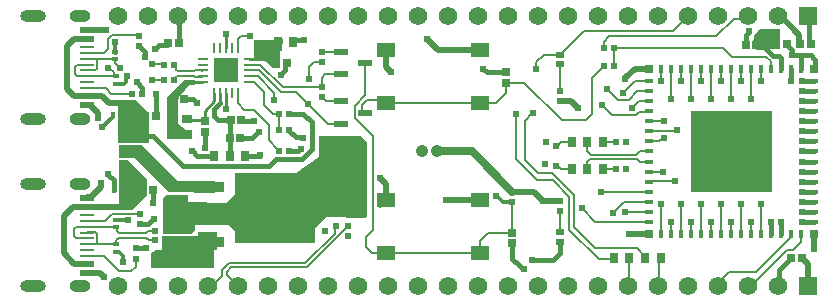
<source format=gtl>
G04*
G04 #@! TF.GenerationSoftware,Altium Limited,Altium Designer,24.5.2 (23)*
G04*
G04 Layer_Physical_Order=1*
G04 Layer_Color=255*
%FSLAX25Y25*%
%MOIN*%
G70*
G04*
G04 #@! TF.SameCoordinates,691D43E0-75DC-4999-8F72-E41A8CCF96D7*
G04*
G04*
G04 #@! TF.FilePolarity,Positive*
G04*
G01*
G75*
%ADD11C,0.00600*%
G04:AMPARAMS|DCode=15|XSize=23.23mil|YSize=24.02mil|CornerRadius=1.74mil|HoleSize=0mil|Usage=FLASHONLY|Rotation=270.000|XOffset=0mil|YOffset=0mil|HoleType=Round|Shape=RoundedRectangle|*
%AMROUNDEDRECTD15*
21,1,0.02323,0.02053,0,0,270.0*
21,1,0.01974,0.02402,0,0,270.0*
1,1,0.00348,-0.01027,-0.00987*
1,1,0.00348,-0.01027,0.00987*
1,1,0.00348,0.01027,0.00987*
1,1,0.00348,0.01027,-0.00987*
%
%ADD15ROUNDEDRECTD15*%
%ADD16R,0.08465X0.03740*%
%ADD17R,0.08465X0.12795*%
%ADD18R,0.08100X0.08100*%
%ADD19R,0.03600X0.01000*%
%ADD20R,0.01000X0.03600*%
%ADD21R,0.04724X0.04724*%
%ADD22R,0.03150X0.01575*%
%ADD23R,0.01575X0.03150*%
%ADD24R,0.03150X0.03150*%
%ADD25R,0.06100X0.05100*%
%ADD26R,0.02756X0.03543*%
%ADD27R,0.02362X0.02126*%
%ADD28R,0.02126X0.02362*%
%ADD29R,0.03543X0.02756*%
%ADD30R,0.04800X0.02200*%
%ADD31R,0.04528X0.01073*%
%ADD32R,0.04528X0.02223*%
%ADD33R,0.02400X0.01600*%
%ADD34R,0.01600X0.02400*%
G04:AMPARAMS|DCode=35|XSize=25.2mil|YSize=28.35mil|CornerRadius=3.15mil|HoleSize=0mil|Usage=FLASHONLY|Rotation=270.000|XOffset=0mil|YOffset=0mil|HoleType=Round|Shape=RoundedRectangle|*
%AMROUNDEDRECTD35*
21,1,0.02520,0.02205,0,0,270.0*
21,1,0.01890,0.02835,0,0,270.0*
1,1,0.00630,-0.01102,-0.00945*
1,1,0.00630,-0.01102,0.00945*
1,1,0.00630,0.01102,0.00945*
1,1,0.00630,0.01102,-0.00945*
%
%ADD35ROUNDEDRECTD35*%
G04:AMPARAMS|DCode=36|XSize=25.2mil|YSize=28.35mil|CornerRadius=3.15mil|HoleSize=0mil|Usage=FLASHONLY|Rotation=180.000|XOffset=0mil|YOffset=0mil|HoleType=Round|Shape=RoundedRectangle|*
%AMROUNDEDRECTD36*
21,1,0.02520,0.02205,0,0,180.0*
21,1,0.01890,0.02835,0,0,180.0*
1,1,0.00630,-0.00945,0.01102*
1,1,0.00630,0.00945,0.01102*
1,1,0.00630,0.00945,-0.01102*
1,1,0.00630,-0.00945,-0.01102*
%
%ADD36ROUNDEDRECTD36*%
%ADD52C,0.04200*%
%ADD55R,0.06200X0.06200*%
%ADD56C,0.06200*%
%ADD57R,0.01575X0.01575*%
%ADD58C,0.01500*%
%ADD59C,0.02000*%
%ADD60C,0.00603*%
%ADD61C,0.01200*%
%ADD62C,0.01001*%
%ADD63C,0.02500*%
%ADD64O,0.08661X0.03937*%
%ADD65O,0.07087X0.03937*%
%ADD66C,0.02400*%
G36*
X255800Y89100D02*
Y84000D01*
X246400D01*
Y86800D01*
X247000Y87200D01*
Y88700D01*
X249200Y90900D01*
X255800D01*
Y89100D01*
D02*
G37*
G36*
X89800Y83500D02*
X89200D01*
Y79400D01*
Y77956D01*
X86714D01*
X84600Y79700D01*
X84000Y80300D01*
X80500D01*
Y86100D01*
Y87100D01*
X87000D01*
Y88297D01*
X89800D01*
Y83500D01*
D02*
G37*
G36*
X60063Y72200D02*
X58600D01*
X55731Y69331D01*
X55628Y69262D01*
X55559Y69159D01*
X55200Y68800D01*
Y59700D01*
Y59200D01*
X57300Y57100D01*
X59800D01*
Y54300D01*
X51400Y54300D01*
X51400Y68000D01*
X57300Y73900D01*
X60063Y73900D01*
Y72200D01*
D02*
G37*
G36*
X45500Y62900D02*
Y52900D01*
X35041D01*
X35000Y53000D01*
Y67300D01*
X41100D01*
X45500Y62900D01*
D02*
G37*
G36*
X253000Y36500D02*
X226200D01*
Y63400D01*
X253000D01*
Y36500D01*
D02*
G37*
G36*
X54600Y40400D02*
X54900Y40100D01*
X55033Y40000D01*
X67300D01*
Y36100D01*
X60600D01*
X60200Y36500D01*
X52100D01*
X40700Y47900D01*
X35300D01*
Y52100D01*
X42900D01*
X54600Y40400D01*
D02*
G37*
G36*
X118100Y52900D02*
X118100Y28377D01*
X117674Y27954D01*
X104544Y28044D01*
X100838Y24338D01*
Y19338D01*
X74000D01*
Y23600D01*
X72100Y25500D01*
X60700Y25500D01*
Y23900D01*
X59400Y22600D01*
X50000D01*
Y34580D01*
X51372Y35600D01*
X58500D01*
Y33000D01*
X71260Y32983D01*
X74000Y35800D01*
Y42700D01*
X94591D01*
X102000Y48007D01*
X102000Y55000D01*
X116000D01*
X118100Y52900D01*
D02*
G37*
G36*
X44600Y40900D02*
Y35130D01*
X39677Y30345D01*
X35300D01*
Y47100D01*
X38400D01*
X44600Y40900D01*
D02*
G37*
G36*
X68000Y21800D02*
Y17000D01*
X67000D01*
Y11000D01*
X46000D01*
Y16042D01*
X47649Y17200D01*
X49800D01*
Y21700D01*
X61791D01*
Y23100D01*
X68000D01*
Y21800D01*
D02*
G37*
D11*
X103000Y83201D02*
X109470D01*
X98700Y74100D02*
Y78200D01*
X100299Y79799D01*
X194200Y17700D02*
X208035D01*
X210841Y14500D02*
Y14894D01*
X208035Y17700D02*
X210841Y14894D01*
X247729Y9800D02*
X259583Y21654D01*
X235000Y6100D02*
X238700Y9800D01*
X235000Y5000D02*
Y6100D01*
X238700Y9800D02*
X247729D01*
X259583Y21654D02*
Y22441D01*
X83700Y65506D02*
X86761Y62444D01*
X80537Y73063D02*
X83700Y69900D01*
Y65506D02*
Y69900D01*
X86761Y62444D02*
X88751D01*
X85326Y53773D02*
Y58674D01*
X88236Y50563D02*
X88799Y50000D01*
X85326Y53773D02*
X88236Y50863D01*
Y50563D02*
Y50863D01*
X80274Y63726D02*
X85326Y58674D01*
X78650Y73063D02*
X80537D01*
X245987Y5000D02*
X258004Y17017D01*
X245000Y5000D02*
X245987D01*
X258004Y17017D02*
X260017D01*
X183000Y60500D02*
X191000D01*
X170582Y72918D02*
X183000Y60500D01*
X164500Y72918D02*
X170582D01*
X167600Y47500D02*
X174700Y40400D01*
X167600Y47500D02*
Y62500D01*
X173100Y62800D02*
X173300D01*
X170600Y60300D02*
X173100Y62800D01*
X170600Y47300D02*
X175100Y42800D01*
X170600Y47300D02*
Y60300D01*
X179900Y42800D02*
X187100Y35600D01*
Y24800D02*
Y35600D01*
X175100Y42800D02*
X179900D01*
X180000Y40400D02*
X185500Y34900D01*
Y23950D02*
Y34900D01*
X174700Y40400D02*
X180000D01*
X185500Y23950D02*
X195450Y14000D01*
X187100Y24800D02*
X194200Y17700D01*
X198100Y70900D02*
X201800Y67200D01*
X205269D01*
X174500Y77500D02*
Y79700D01*
X177068Y82268D02*
X182500D01*
X174500Y79700D02*
X177068Y82268D01*
X196500Y65500D02*
X199800Y62200D01*
X208732Y66732D02*
X211945D01*
X206500Y64500D02*
X208732Y66732D01*
X94449Y69851D02*
X105090Y59210D01*
X109480D01*
X87132Y67368D02*
X87200Y67300D01*
X87132Y67368D02*
Y69631D01*
X81731Y75032D02*
X87132Y69631D01*
X74937Y87437D02*
X76100Y88600D01*
X79000D01*
X222772Y73543D02*
Y77559D01*
X196107Y36507D02*
X211838D01*
X196000Y36400D02*
X196107Y36507D01*
X211838D02*
X211945Y36614D01*
X260017Y17017D02*
X262929Y19929D01*
Y22441D01*
X117800Y18000D02*
Y21500D01*
X119658Y16142D02*
X124350D01*
X117800Y18000D02*
X119658Y16142D01*
X124350D02*
X155650D01*
X117800Y21500D02*
X120200Y23900D01*
Y55000D01*
X114000Y61200D02*
Y65263D01*
Y61200D02*
X120200Y55000D01*
X32800Y69300D02*
X39799D01*
X30998Y71102D02*
X32800Y69300D01*
X78650Y78969D02*
X82494D01*
X90012Y71451D01*
X103000D01*
X82200Y77000D02*
X89349Y69851D01*
X78650Y77000D02*
X82200D01*
X89349Y69851D02*
X94449D01*
X78650Y75032D02*
X81731D01*
X166500Y22882D02*
Y33099D01*
X189600Y31200D02*
X194225Y26575D01*
X211945D01*
X182500Y23134D02*
Y30057D01*
X200451Y84500D02*
X236900D01*
X251160Y81540D02*
X252602Y80098D01*
X236900Y84500D02*
X239860Y81540D01*
X251160D01*
X252602Y77846D02*
Y80098D01*
Y77846D02*
X252890Y77559D01*
X24764Y71102D02*
X30998D01*
X31700Y87453D02*
X33047Y88800D01*
X30413Y82913D02*
X31700Y84200D01*
Y87453D01*
X41700Y88800D02*
X42000Y88500D01*
X33047Y88800D02*
X41700D01*
X24764Y82913D02*
X30413D01*
X39500Y10000D02*
X41000Y11500D01*
Y13799D01*
X211945Y39961D02*
X212015Y40030D01*
X220830D01*
X220900Y40100D01*
X199563Y14000D02*
X200441Y14878D01*
Y14894D01*
X195450Y14000D02*
X199563D01*
X211945Y53347D02*
X215468D01*
X216621Y54500D01*
X217000D01*
X35573Y10000D02*
X39500D01*
X30455Y15118D02*
X35573Y10000D01*
X24764Y15118D02*
X30455D01*
X32994Y29300D02*
X42401D01*
X42500Y29201D01*
X30623Y26929D02*
X32994Y29300D01*
X24764Y26929D02*
X30623D01*
X158382Y22882D02*
X166500D01*
X155650Y20150D02*
X158382Y22882D01*
X155650Y16142D02*
Y20150D01*
X114000Y65263D02*
X117520Y68783D01*
Y79450D01*
X191000Y60500D02*
X193000Y62500D01*
X164500Y69500D02*
Y72000D01*
Y72918D01*
X193000Y62500D02*
Y74333D01*
X197049Y78382D02*
Y78500D01*
X193000Y74333D02*
X197049Y78382D01*
X161142Y66142D02*
X164500Y69500D01*
X155650Y66142D02*
X161142D01*
X124350D02*
X155650D01*
X123492Y67000D02*
X124350Y66142D01*
X118000Y67000D02*
X123492D01*
X116500Y65500D02*
X118000Y67000D01*
X117099Y62950D02*
X117520D01*
X116500Y63550D02*
X117099Y62950D01*
X116500Y63550D02*
Y65500D01*
X100299Y79799D02*
X103000D01*
X104477Y66690D02*
X109480D01*
X103118Y68049D02*
X104477Y66690D01*
X103000Y68049D02*
X103118D01*
X103000Y74500D02*
X104210Y75710D01*
X109480D01*
X103000Y71451D02*
Y74500D01*
X200451Y78500D02*
Y84500D01*
X197095Y84546D02*
Y86595D01*
X197049Y84500D02*
X197095Y84546D01*
Y86595D02*
X198900Y88400D01*
X234500D01*
X244300Y94300D02*
X245000Y95000D01*
X234500Y88400D02*
X240400Y94300D01*
X244300D01*
X211965Y60020D02*
X216980D01*
X74937Y84650D02*
Y87437D01*
X77226Y63726D02*
X80274D01*
X74937Y66015D02*
X77226Y63726D01*
X74937Y66015D02*
Y69350D01*
X88803Y57004D02*
Y62496D01*
X88799Y57000D02*
X88803Y57004D01*
Y62496D02*
X88807Y62500D01*
X215554Y5554D02*
Y14045D01*
X216109Y14600D01*
X215000Y5000D02*
X215554Y5554D01*
X205000Y5000D02*
X205279Y5280D01*
Y14220D02*
X205559Y14500D01*
X205279Y5280D02*
Y14220D01*
X182500Y82268D02*
X182539D01*
X212098Y56846D02*
X221346D01*
X211945Y56693D02*
X212098Y56846D01*
X221346D02*
X221500Y57000D01*
X211945Y60039D02*
X211965Y60020D01*
X199800Y62200D02*
X207759D01*
X208870Y63311D01*
X211870D02*
X211945Y63386D01*
X208870Y63311D02*
X211870D01*
X205269Y67200D02*
X208148Y70079D01*
X211945D01*
X203500Y69500D02*
X207425Y73425D01*
X211945D01*
X220000Y90000D02*
X225000Y95000D01*
X190272Y90000D02*
X220000D01*
X182539Y82268D02*
X190272Y90000D01*
X182500Y70193D02*
Y79000D01*
X200026Y29500D02*
X203794Y33268D01*
X200000Y29500D02*
X200026D01*
X204079Y29921D02*
X211945D01*
X216693Y43307D02*
X217000Y43000D01*
X211945Y43307D02*
X216693D01*
X203794Y33268D02*
X211945D01*
X246197Y67504D02*
Y77559D01*
X216079Y73543D02*
Y77559D01*
Y22441D02*
Y32496D01*
X249543Y22441D02*
Y32496D01*
X246197Y22441D02*
Y26457D01*
X242850Y22441D02*
Y32496D01*
X239504Y22441D02*
Y26457D01*
X236157Y22441D02*
Y32496D01*
X232811Y22441D02*
Y26457D01*
X229465Y22441D02*
Y32496D01*
X226118Y22441D02*
Y26457D01*
X222772Y22441D02*
Y32496D01*
X219425Y22441D02*
Y26457D01*
Y67504D02*
Y77559D01*
X229465Y73543D02*
Y77559D01*
X226118Y67504D02*
Y77559D01*
X236157Y73543D02*
Y77559D01*
X232811Y67504D02*
Y77559D01*
X239504Y67504D02*
Y77559D01*
X239500Y67500D02*
X239504Y67504D01*
X242850Y73543D02*
Y77559D01*
X249543Y73543D02*
Y77559D01*
X249500Y73500D02*
X249543Y73543D01*
D15*
X182500Y79000D02*
D03*
Y82268D02*
D03*
Y23134D02*
D03*
Y19866D02*
D03*
D16*
X66583Y38055D02*
D03*
Y29000D02*
D03*
Y19945D02*
D03*
D17*
X89417Y29000D02*
D03*
D18*
X71000Y77000D02*
D03*
D19*
X78650Y80937D02*
D03*
Y78969D02*
D03*
Y77000D02*
D03*
Y75032D02*
D03*
Y73063D02*
D03*
X63350D02*
D03*
Y75032D02*
D03*
Y77000D02*
D03*
Y78969D02*
D03*
Y80937D02*
D03*
D20*
X74937Y69350D02*
D03*
X72969D02*
D03*
X71000D02*
D03*
X69032D02*
D03*
X67063D02*
D03*
Y84650D02*
D03*
X69032D02*
D03*
X71000D02*
D03*
X72969D02*
D03*
X74937D02*
D03*
D21*
X239504Y56496D02*
D03*
X233008D02*
D03*
Y50000D02*
D03*
Y43504D02*
D03*
X239504D02*
D03*
X246000D02*
D03*
Y50000D02*
D03*
X239504D02*
D03*
D22*
X267063Y73425D02*
D03*
Y70079D02*
D03*
Y66732D02*
D03*
Y63386D02*
D03*
Y60039D02*
D03*
Y56693D02*
D03*
Y53347D02*
D03*
Y50000D02*
D03*
Y46654D02*
D03*
Y43307D02*
D03*
Y39961D02*
D03*
Y36614D02*
D03*
Y33268D02*
D03*
Y29921D02*
D03*
Y26575D02*
D03*
X211945D02*
D03*
Y29921D02*
D03*
Y33268D02*
D03*
Y36614D02*
D03*
Y39961D02*
D03*
Y43307D02*
D03*
Y46654D02*
D03*
Y50000D02*
D03*
Y53347D02*
D03*
Y56693D02*
D03*
Y60039D02*
D03*
Y63386D02*
D03*
Y66732D02*
D03*
Y70079D02*
D03*
Y73425D02*
D03*
D23*
X262929Y22441D02*
D03*
X259583D02*
D03*
X256236D02*
D03*
X252890D02*
D03*
X249543D02*
D03*
X246197D02*
D03*
X242850D02*
D03*
X239504D02*
D03*
X236157D02*
D03*
X232811D02*
D03*
X229465D02*
D03*
X226118D02*
D03*
X222772D02*
D03*
X219425D02*
D03*
X216079D02*
D03*
Y77559D02*
D03*
X219425D02*
D03*
X222772D02*
D03*
X226118D02*
D03*
X229465D02*
D03*
X232811D02*
D03*
X236157D02*
D03*
X239504D02*
D03*
X242850D02*
D03*
X246197D02*
D03*
X249543D02*
D03*
X252890D02*
D03*
X256236D02*
D03*
X259583D02*
D03*
X262929D02*
D03*
D24*
X211945Y22441D02*
D03*
X267063D02*
D03*
X211945Y77559D02*
D03*
X267063D02*
D03*
D25*
X124350Y83858D02*
D03*
X155650D02*
D03*
X124350Y66142D02*
D03*
X155650D02*
D03*
X124350Y33858D02*
D03*
X155650D02*
D03*
X124350Y16142D02*
D03*
X155650D02*
D03*
D26*
X191500Y44100D02*
D03*
X196618D02*
D03*
X191482Y53000D02*
D03*
X196600D02*
D03*
X191500Y44100D02*
D03*
X186382D02*
D03*
X191482Y53000D02*
D03*
X186364D02*
D03*
X210841Y14500D02*
D03*
X215959D02*
D03*
X200441D02*
D03*
X205559D02*
D03*
X77436Y48600D02*
D03*
X72318D02*
D03*
X67200D02*
D03*
X72318D02*
D03*
X93559Y86500D02*
D03*
X88441D02*
D03*
D27*
X166500Y33099D02*
D03*
Y36501D02*
D03*
X103000Y68049D02*
D03*
Y71451D02*
D03*
Y83201D02*
D03*
Y79799D02*
D03*
X42500Y25799D02*
D03*
Y29201D02*
D03*
X41000Y17701D02*
D03*
Y14299D02*
D03*
X42000Y85098D02*
D03*
Y88500D02*
D03*
X182500Y70193D02*
D03*
Y66807D02*
D03*
Y30057D02*
D03*
Y33443D02*
D03*
D28*
X200451Y78500D02*
D03*
X197049D02*
D03*
X200451Y84500D02*
D03*
X197049D02*
D03*
X43201Y69300D02*
D03*
X39799D02*
D03*
X53701Y73800D02*
D03*
X50299D02*
D03*
X53701Y78800D02*
D03*
X50299D02*
D03*
X88799Y50000D02*
D03*
X92201D02*
D03*
Y57000D02*
D03*
X88799D02*
D03*
X88807Y62500D02*
D03*
X92193D02*
D03*
D29*
X58000Y60809D02*
D03*
Y55691D02*
D03*
D30*
X109480Y66690D02*
D03*
Y59210D02*
D03*
X117520Y62950D02*
D03*
X109480Y83190D02*
D03*
Y75710D02*
D03*
X117520Y79450D02*
D03*
D31*
X24764Y28898D02*
D03*
Y15118D02*
D03*
Y17087D02*
D03*
Y26929D02*
D03*
Y24961D02*
D03*
Y19055D02*
D03*
Y21024D02*
D03*
Y22992D02*
D03*
Y84882D02*
D03*
Y71102D02*
D03*
Y73071D02*
D03*
Y82913D02*
D03*
Y80945D02*
D03*
Y75039D02*
D03*
Y77008D02*
D03*
Y78976D02*
D03*
D32*
Y34606D02*
D03*
Y31457D02*
D03*
Y12559D02*
D03*
Y9409D02*
D03*
Y90591D02*
D03*
Y87441D02*
D03*
Y68543D02*
D03*
Y65394D02*
D03*
D33*
X34500Y19100D02*
D03*
Y16600D02*
D03*
Y24750D02*
D03*
Y27250D02*
D03*
Y75000D02*
D03*
Y72500D02*
D03*
X34000Y80750D02*
D03*
Y83250D02*
D03*
D34*
X36150Y37000D02*
D03*
X33650D02*
D03*
X35850Y62000D02*
D03*
X33350D02*
D03*
D35*
X164500Y76382D02*
D03*
Y72918D02*
D03*
X166500Y19418D02*
D03*
Y22882D02*
D03*
X56000Y34268D02*
D03*
Y37732D02*
D03*
X51500Y23882D02*
D03*
Y20418D02*
D03*
X58000Y23882D02*
D03*
Y20418D02*
D03*
X64000Y56618D02*
D03*
Y60082D02*
D03*
D36*
X257932Y85800D02*
D03*
X254468D02*
D03*
X265932D02*
D03*
X262468D02*
D03*
X46732Y37000D02*
D03*
X43268D02*
D03*
X51918Y86000D02*
D03*
X55382D02*
D03*
X91332Y79400D02*
D03*
X87868D02*
D03*
X57232Y67500D02*
D03*
X53768D02*
D03*
X75732Y54500D02*
D03*
X72268D02*
D03*
X76232Y60500D02*
D03*
X72768D02*
D03*
X259535Y14500D02*
D03*
X263000D02*
D03*
X244268Y85500D02*
D03*
X247732D02*
D03*
X47632Y61700D02*
D03*
X44168D02*
D03*
D52*
X141500Y50000D02*
D03*
X136500D02*
D03*
X37500Y55000D02*
D03*
Y50000D02*
D03*
Y45000D02*
D03*
D55*
X265000Y5000D02*
D03*
Y95000D02*
D03*
D56*
X35000Y5000D02*
D03*
X45000D02*
D03*
X55000D02*
D03*
X65000D02*
D03*
X75000D02*
D03*
X85000D02*
D03*
X95000D02*
D03*
X105000D02*
D03*
X115000D02*
D03*
X125000D02*
D03*
X135000D02*
D03*
X145000D02*
D03*
X155000D02*
D03*
X165000D02*
D03*
X175000D02*
D03*
X185000D02*
D03*
X195000D02*
D03*
X205000D02*
D03*
X215000D02*
D03*
X225000D02*
D03*
X235000D02*
D03*
X245000D02*
D03*
X255000D02*
D03*
X35000Y95000D02*
D03*
X45000D02*
D03*
X55000D02*
D03*
X65000D02*
D03*
X75000D02*
D03*
X85000D02*
D03*
X95000D02*
D03*
X105000D02*
D03*
X115000D02*
D03*
X125000D02*
D03*
X135000D02*
D03*
X145000D02*
D03*
X155000D02*
D03*
X165000D02*
D03*
X175000D02*
D03*
X185000D02*
D03*
X195000D02*
D03*
X205000D02*
D03*
X215000D02*
D03*
X225000D02*
D03*
X235000D02*
D03*
X245000D02*
D03*
X255000D02*
D03*
D57*
X246000Y56496D02*
D03*
D58*
X89300Y75744D02*
X90822Y77266D01*
X89300Y75500D02*
Y75744D01*
X90822Y78890D02*
X91332Y79400D01*
X90822Y77266D02*
Y78890D01*
X94059Y87000D02*
X97000D01*
X93559Y86500D02*
X94059Y87000D01*
X88941Y86500D02*
Y87000D01*
X83000Y85500D02*
X83172Y85672D01*
X88441Y86300D02*
Y86500D01*
X83172Y85672D02*
X87813D01*
X88441Y86300D01*
X87868Y80990D02*
Y85033D01*
Y79400D02*
Y80990D01*
X84490D02*
X87868D01*
X47600Y69100D02*
X47716Y68984D01*
Y62367D02*
Y68984D01*
X47632Y62283D02*
X47716Y62367D01*
X47632Y61700D02*
Y62283D01*
X94411Y54672D02*
X96628D01*
X92201Y56882D02*
Y57000D01*
Y56882D02*
X94411Y54672D01*
X96628D02*
X96800Y54500D01*
X64100Y51300D02*
X64200Y51200D01*
X64000Y56618D02*
X64100Y56518D01*
Y51300D02*
Y56518D01*
X75732Y54500D02*
X76142D01*
X76242Y54600D01*
X79756D01*
X81757Y56600D01*
X82000D01*
X76232Y60500D02*
X76560Y60172D01*
X80228D01*
X80400Y60000D01*
X158061Y76382D02*
X164500D01*
X156843Y77600D02*
X158061Y76382D01*
X156600Y77600D02*
X156843D01*
X182500Y16200D02*
Y19866D01*
X180200Y13900D02*
X182500Y16200D01*
X173100Y13900D02*
X180200D01*
X170056Y10900D02*
X170300D01*
X166500Y14200D02*
X167561Y13139D01*
X167817D02*
X170056Y10900D01*
X167561Y13139D02*
X167817D01*
X166500Y14200D02*
Y19418D01*
X72268Y54500D02*
Y60000D01*
X72768Y60500D01*
X46732Y37000D02*
X46766Y36966D01*
Y32934D02*
Y36966D01*
Y32934D02*
X46800Y32900D01*
X99700Y50800D02*
Y59700D01*
X96369Y47469D02*
X97050Y48150D01*
X97056D02*
X98550Y49644D01*
Y49650D01*
X87669Y47469D02*
X96369D01*
X98550Y49650D02*
X99700Y50800D01*
X97050Y48150D02*
X97056D01*
X96900Y62500D02*
X99700Y59700D01*
X95056Y50000D02*
X95757Y50700D01*
X96000D01*
X92201Y50000D02*
X95056D01*
X56800Y45100D02*
X85300D01*
X87669Y47469D01*
X33650Y37000D02*
Y40507D01*
X31900Y42257D02*
X33650Y40507D01*
X31900Y42257D02*
Y42500D01*
X53768Y67500D02*
X54000Y67268D01*
Y59100D02*
Y67268D01*
X248242Y87999D02*
X249500Y89257D01*
Y89500D01*
X248242Y84833D02*
Y87999D01*
X256199Y77596D02*
Y81043D01*
X250567Y84833D02*
X253479Y81921D01*
X255320D01*
X256199Y81043D01*
X248242Y84833D02*
X250567D01*
X254534Y89634D02*
X254600Y89700D01*
X254534Y85866D02*
Y89634D01*
X254468Y85800D02*
X254534Y85866D01*
X256199Y77596D02*
X256236Y77559D01*
X259627Y82172D02*
Y83948D01*
X257932Y85642D02*
Y85800D01*
Y85642D02*
X259627Y83948D01*
Y82172D02*
X259799Y82000D01*
X257422Y86310D02*
X257932Y85800D01*
X259799Y82000D02*
X263000D01*
X265466Y86266D02*
Y94534D01*
Y86266D02*
X265932Y85800D01*
X265000Y95000D02*
X265466Y94534D01*
X244268Y88724D02*
X245300Y89757D01*
Y90000D01*
X244268Y85500D02*
Y88724D01*
X44300Y17700D02*
X44300Y17700D01*
X41000Y17701D02*
X41000Y17700D01*
X44300D01*
X54000Y59100D02*
X54197D01*
X57606Y55691D01*
X53734Y67466D02*
X54278Y68010D01*
X34000Y83250D02*
X34200D01*
X57606Y55691D02*
X58000D01*
X60144Y50000D02*
X61544Y48600D01*
X59900Y50000D02*
X60144D01*
X61544Y48600D02*
X67200D01*
X37500Y55000D02*
X46900D01*
X56800Y45100D01*
X82450Y48650D02*
X82500Y48700D01*
X77436Y48600D02*
X77486Y48650D01*
X82450D01*
X72293Y48625D02*
Y54475D01*
X72268Y54500D02*
X72293Y54475D01*
Y48625D02*
X72318Y48600D01*
X68379Y60500D02*
X72768D01*
X67000Y61879D02*
X68379Y60500D01*
X92193Y62500D02*
X96900D01*
X24764Y65394D02*
X25866D01*
X43969Y81531D02*
Y83247D01*
X42118Y85098D02*
X43969Y83247D01*
X41500Y73000D02*
X43201Y71299D01*
Y69000D02*
Y71299D01*
X45099Y25799D02*
X46800Y27500D01*
X47000D01*
X42500Y25799D02*
X45099D01*
X48833Y85333D02*
X51408D01*
X47500Y84000D02*
X48833Y85333D01*
X51918Y85843D02*
Y86000D01*
X51408Y85333D02*
X51918Y85843D01*
X55382Y86000D02*
Y94618D01*
X55000Y95000D02*
X55382Y94618D01*
X60000Y67500D02*
X61500Y66000D01*
X57232Y67500D02*
X60000D01*
X54278Y68010D02*
Y68947D01*
X58393Y73063D01*
X60063D01*
X67000Y61879D02*
Y64000D01*
X69000Y66000D01*
X267000Y17500D02*
X267063Y17563D01*
X255543Y10350D02*
X259535Y14343D01*
Y14500D01*
X255000Y5000D02*
X255543Y5543D01*
Y10350D01*
X262929Y77559D02*
Y81929D01*
X263000Y82000D02*
X266000D01*
X262929Y81929D02*
X263000Y82000D01*
X267063Y77559D02*
X267495Y77991D01*
Y80505D01*
X266000Y82000D02*
X267495Y80505D01*
X265000Y93728D02*
Y95000D01*
X259583Y73543D02*
Y77559D01*
X263047Y73425D02*
X267063D01*
X263047Y70079D02*
X267063D01*
X263047Y66732D02*
X267063D01*
X263047Y63386D02*
X267063D01*
X263047Y60039D02*
X267063D01*
X263047Y56693D02*
X267063D01*
X263047Y53347D02*
X267063D01*
X263047Y50000D02*
X267063D01*
X263047Y46654D02*
X267063D01*
X263047Y43307D02*
X267063D01*
X263047Y39961D02*
X267063D01*
X263047Y36614D02*
X267063D01*
X263047Y33268D02*
X267063D01*
X263047Y29921D02*
X267063D01*
X263047Y26575D02*
X267063D01*
X256236Y22441D02*
Y26457D01*
X252890Y22441D02*
Y26457D01*
D59*
X124350Y78308D02*
X126000Y76659D01*
Y76600D02*
Y76659D01*
X124350Y78308D02*
Y83858D01*
X188402Y64500D02*
X188500D01*
X186158Y66744D02*
X188402Y64500D01*
X182563Y66744D02*
X186158D01*
X182500Y66807D02*
X182563Y66744D01*
X37457Y31457D02*
X39500Y33500D01*
X227502Y50002D02*
X233006D01*
X173899Y36501D02*
X176900Y33500D01*
X166500Y36501D02*
X173899D01*
X176928Y33472D02*
X182472D01*
X182500Y33443D01*
X176900Y33500D02*
X176928Y33472D01*
X144400Y33800D02*
X144458Y33858D01*
X155650D01*
X256000Y95000D02*
X262208Y88792D01*
X255000Y95000D02*
X256000D01*
X262208Y86060D02*
Y88792D01*
Y86060D02*
X262468Y85800D01*
X60000Y29000D02*
X66583D01*
X56000D02*
X60000D01*
X40400Y58495D02*
Y61850D01*
X37992Y66300D02*
X40400Y63892D01*
Y61850D02*
Y63892D01*
X37500Y55595D02*
X40400Y58495D01*
X37500Y55000D02*
Y55595D01*
X20441Y68543D02*
X24764D01*
X32000Y66300D02*
X37992D01*
X24764Y68543D02*
X29757D01*
X32000Y66300D01*
X18000Y85000D02*
X20441Y87441D01*
X18000Y70984D02*
X20441Y68543D01*
X18000Y70984D02*
Y85000D01*
X17000Y28328D02*
X20128Y31457D01*
X17000Y16000D02*
Y28328D01*
Y16000D02*
X20441Y12559D01*
Y87441D02*
X24764D01*
Y90591D02*
X24809Y90545D01*
X30955D02*
X31000Y90500D01*
X24809Y90545D02*
X30955D01*
X28424Y61076D02*
Y62836D01*
X25866Y65394D02*
X28424Y62836D01*
Y61076D02*
X28500Y61000D01*
X227504Y50000D02*
X227504D01*
X227450Y56500D02*
X227500D01*
X227502Y56498D02*
X233006D01*
X233008Y56496D01*
X227500Y56500D02*
X227502Y56498D01*
X124050Y33858D02*
X124350D01*
X122500Y32308D02*
X124050Y33858D01*
X124350D02*
Y39150D01*
X24764Y31457D02*
X37457D01*
X39500Y33500D02*
Y36616D01*
X20128Y31457D02*
X24764D01*
X20441Y12559D02*
X24764D01*
Y34606D02*
X24925Y34768D01*
X26028D02*
X29423Y38164D01*
Y39423D02*
X29500Y39500D01*
X24925Y34768D02*
X26028D01*
X29423Y38164D02*
Y39423D01*
X24764Y9409D02*
X29091D01*
X30500Y8000D01*
X51500Y20418D02*
X58000D01*
X51500Y15000D02*
Y20418D01*
X58394Y20181D02*
X66346D01*
X66583Y19945D01*
X51500Y29000D02*
X56000D01*
Y34268D01*
X51500Y23882D02*
Y29000D01*
X58000Y23882D02*
Y27892D01*
X89417Y29000D02*
X92417Y32000D01*
X97000D01*
X122500Y41000D02*
X124350Y39150D01*
X138000Y87500D02*
X141642Y83858D01*
X155650D01*
X204000Y74000D02*
Y74108D01*
X204576Y74685D02*
Y74765D01*
X204000Y74108D02*
X204576Y74685D01*
Y74765D02*
X207370Y77559D01*
X211945D01*
X205500Y22500D02*
X205559Y22441D01*
X211945D01*
X267063Y17563D02*
Y22441D01*
X265000Y5000D02*
Y12342D01*
X263000Y14343D02*
X265000Y12342D01*
X263000Y14343D02*
Y14500D01*
X246000Y56496D02*
X251504D01*
X239504D02*
Y62000D01*
X246000Y50000D02*
X251504D01*
X246000Y43504D02*
X251504D01*
X239504Y38000D02*
Y43504D01*
X227504D02*
X233008D01*
D60*
X54459Y77241D02*
Y78042D01*
Y77241D02*
X54983Y76717D01*
X53701Y78800D02*
X54459Y78042D01*
X54983Y76717D02*
X60317D01*
X97516Y12800D02*
X107350Y22634D01*
X69900Y10500D02*
X72200Y12800D01*
X71303Y9919D02*
X72781Y11397D01*
X98097D02*
X111900Y25200D01*
X72200Y12800D02*
X97516D01*
X72781Y11397D02*
X98097D01*
X71303Y8697D02*
Y9919D01*
X69900Y8400D02*
Y10500D01*
X66500Y5000D02*
X69900Y8400D01*
X71303Y8697D02*
X75000Y5000D01*
X107350Y22634D02*
Y24950D01*
X107600Y25200D01*
X21361Y78976D02*
X24764D01*
X20600Y75800D02*
X21361Y75039D01*
X24764D01*
X20600Y78216D02*
X21361Y78976D01*
X20600Y75800D02*
Y78216D01*
X33825Y75000D02*
Y75020D01*
X27999Y19086D02*
Y22563D01*
X27553Y23010D02*
X27999Y22563D01*
X24781Y23010D02*
X27553D01*
X24764Y22992D02*
X24781Y23010D01*
X24786Y19078D02*
X34478D01*
X33825Y75020D02*
Y76350D01*
Y75020D02*
X34480D01*
X24783D02*
X33825D01*
X34480D02*
X34500Y75000D01*
X24764Y75039D02*
X24783Y75020D01*
X32226Y77949D02*
X33825Y76350D01*
X28000Y80847D02*
X33903D01*
X24861D02*
X28000D01*
Y77500D02*
Y80847D01*
X27500Y77000D02*
X28000Y77500D01*
X24764Y77008D02*
X24772Y77000D01*
X27500D01*
X34000Y80750D02*
X34001Y80749D01*
X33903Y80847D02*
X34000Y80750D01*
X24764Y80945D02*
X24861Y80847D01*
X20400Y21784D02*
Y24200D01*
Y21784D02*
X21161Y21024D01*
X24764D01*
X21161Y24961D02*
X24764D01*
X20400Y24200D02*
X21161Y24961D01*
X34001Y79399D02*
X35600Y77800D01*
X34001Y79399D02*
Y80749D01*
X35600Y77800D02*
X35900D01*
X46500Y73800D02*
X50299D01*
X46300Y79000D02*
X50099D01*
X50299Y78800D01*
X55215Y75314D02*
X60386D01*
X60800Y74900D01*
X63218D01*
X63350Y75032D01*
X60317Y76717D02*
X60600Y77000D01*
X63350D01*
X63152Y76802D02*
X63350Y77000D01*
X54580Y74680D02*
X55215Y75314D01*
X53701Y73800D02*
Y73918D01*
X54462Y74680D01*
X54580D01*
X63152Y75230D02*
X63350Y75032D01*
X24869Y24855D02*
X34395D01*
X34500Y24750D01*
X24764Y24961D02*
X24869Y24855D01*
X24764Y19055D02*
X24786Y19078D01*
X34478D02*
X34500Y19100D01*
X35297Y21297D02*
X44403D01*
X34500Y20500D02*
X35297Y21297D01*
X34500Y19100D02*
Y20500D01*
X35300Y22700D02*
X44300D01*
X34500Y24750D02*
X34601Y24649D01*
Y23399D02*
Y24649D01*
Y23399D02*
X35300Y22700D01*
X44403Y21297D02*
X45275Y20425D01*
X44300Y22700D02*
X45225Y23625D01*
X47300D01*
X45275Y20425D02*
X47300D01*
X181704Y45300D02*
X182904Y44100D01*
X186382D01*
X182886Y53000D02*
X186364D01*
X181686Y51800D02*
X182886Y53000D01*
X181200Y51800D02*
X181686D01*
X208225Y47400D02*
X208972Y46654D01*
X209609D02*
X211945D01*
X207775Y48803D02*
X208972Y50000D01*
X191500Y46625D02*
X192275Y47400D01*
X208972Y46654D02*
X209609D01*
X192275Y47400D02*
X208225D01*
X192725Y48803D02*
X207775D01*
X191482Y50046D02*
X192725Y48803D01*
X65000Y5000D02*
X66500D01*
X196718Y44000D02*
X201118D01*
X196600Y53000D02*
X201000D01*
X191482Y50046D02*
Y53000D01*
X196618Y44100D02*
X196718Y44000D01*
X208972Y50000D02*
X211945D01*
X191500Y44100D02*
Y46625D01*
D61*
X39116Y37000D02*
X39500Y36616D01*
X36150Y37000D02*
X39116D01*
X53565Y37935D02*
X55797D01*
X41608Y49892D02*
X53565Y37935D01*
X37608Y49892D02*
X41608D01*
X37500Y50000D02*
X37608Y49892D01*
X55797Y37935D02*
X56000Y37732D01*
X66260D01*
X161525Y35000D02*
X163426Y33099D01*
X161200Y35000D02*
X161525D01*
X163426Y33099D02*
X166500D01*
X34000Y83450D02*
X34200Y83250D01*
X66260Y37732D02*
X66583Y38055D01*
X35850Y62000D02*
X36000Y61850D01*
X40400D02*
X44018D01*
X36000D02*
X40400D01*
X44018D02*
X44168Y61700D01*
X29850Y58000D02*
Y58100D01*
X33350Y61600D02*
Y62000D01*
X29850Y58100D02*
X33350Y61600D01*
X37000Y72500D02*
X37770Y73270D01*
Y74770D01*
X38000Y75000D01*
X34500Y72500D02*
X37000D01*
X34000Y83450D02*
Y86500D01*
X34200Y83250D02*
X34400D01*
X43969Y81531D02*
X44000Y81500D01*
X42000Y85098D02*
X42118D01*
X34625Y27125D02*
X38375D01*
X34500Y27250D02*
X34625Y27125D01*
X38375D02*
X38500Y27000D01*
X39884Y37000D02*
X43268D01*
X43113Y37155D02*
Y39483D01*
X37596Y45000D02*
X43113Y39483D01*
Y37155D02*
X43268Y37000D01*
X36900Y13100D02*
Y15000D01*
X35100Y16400D02*
X35500D01*
X36900Y15000D01*
X34900Y16600D02*
X35100Y16400D01*
D62*
X78650Y80937D02*
X84437D01*
X71000Y84650D02*
Y89000D01*
X60063Y73063D02*
X63350D01*
X58363Y60446D02*
X63637D01*
X58000Y60809D02*
X58363Y60446D01*
X63637D02*
X64000Y60082D01*
Y63617D01*
X67062Y66680D02*
Y69349D01*
X67063Y69350D01*
X64000Y63617D02*
X67062Y66680D01*
X69032Y66031D02*
Y69350D01*
X69000Y66000D02*
X69032Y66031D01*
X69031Y69349D02*
X69032Y69350D01*
X71000Y64000D02*
Y69350D01*
D63*
X153001Y50000D02*
X166500Y36501D01*
X141500Y50000D02*
X153001D01*
D64*
X6752Y39016D02*
D03*
Y5000D02*
D03*
Y95000D02*
D03*
Y60984D02*
D03*
D65*
X22500Y39016D02*
D03*
Y5000D02*
D03*
Y95000D02*
D03*
Y60984D02*
D03*
D66*
X89300Y75500D02*
D03*
X126000Y76600D02*
D03*
X97000Y87000D02*
D03*
X83000Y85500D02*
D03*
X167600Y62500D02*
D03*
X173300Y62800D02*
D03*
X47600Y69100D02*
D03*
X54000Y59100D02*
D03*
X96800Y54500D02*
D03*
X96000Y50700D02*
D03*
X64200Y51200D02*
D03*
X82000Y56600D02*
D03*
X80400Y60000D02*
D03*
X198100Y70900D02*
D03*
X156600Y77600D02*
D03*
X174500Y77500D02*
D03*
X188500Y64500D02*
D03*
X196500Y65500D02*
D03*
X170300Y10900D02*
D03*
X173100Y13900D02*
D03*
X219425Y26457D02*
D03*
X206500Y64500D02*
D03*
X87200Y67300D02*
D03*
X79000Y88600D02*
D03*
X222772Y73543D02*
D03*
X196000Y36400D02*
D03*
X46800Y32900D02*
D03*
X107600Y25200D02*
D03*
X111900D02*
D03*
X48000Y15000D02*
D03*
X249500Y89500D02*
D03*
X254600Y89700D02*
D03*
X161200Y35000D02*
D03*
X176900Y33500D02*
D03*
X189600Y31200D02*
D03*
X144400Y33800D02*
D03*
X245300Y90000D02*
D03*
X98700Y74100D02*
D03*
X98500Y65800D02*
D03*
X44300Y17700D02*
D03*
X71000Y64000D02*
D03*
X59900Y50000D02*
D03*
X82500Y48700D02*
D03*
X38000Y75000D02*
D03*
X34000Y86500D02*
D03*
X31000Y90500D02*
D03*
X28500Y61000D02*
D03*
X29850Y58000D02*
D03*
X44000Y81500D02*
D03*
X41500Y73000D02*
D03*
X31926Y77949D02*
D03*
X35900Y77800D02*
D03*
X46300Y73800D02*
D03*
Y79000D02*
D03*
X177600Y53200D02*
D03*
X177500Y45700D02*
D03*
X47300Y23625D02*
D03*
Y20425D02*
D03*
X38500Y27000D02*
D03*
X181218Y45300D02*
D03*
X181200Y51800D02*
D03*
X204500Y44100D02*
D03*
Y53000D02*
D03*
X220900Y40100D02*
D03*
X104100Y23500D02*
D03*
X111800Y21800D02*
D03*
X201118Y44000D02*
D03*
X201000Y53000D02*
D03*
X217000Y54500D02*
D03*
X31900Y42500D02*
D03*
X29500Y39500D02*
D03*
X47000Y27500D02*
D03*
X36900Y13100D02*
D03*
X30500Y8000D02*
D03*
X51500Y15000D02*
D03*
X58500D02*
D03*
X60000Y29000D02*
D03*
X56000D02*
D03*
X51500D02*
D03*
X97000Y32000D02*
D03*
X109000Y42000D02*
D03*
X97500D02*
D03*
X105000D02*
D03*
X113000D02*
D03*
X101500D02*
D03*
X109000Y37000D02*
D03*
X97500D02*
D03*
X105000D02*
D03*
X113000D02*
D03*
X101500D02*
D03*
Y32000D02*
D03*
X113000D02*
D03*
X105000D02*
D03*
X109000D02*
D03*
X122500Y41000D02*
D03*
X216980Y60020D02*
D03*
X73000Y75000D02*
D03*
X69000D02*
D03*
X73000Y79000D02*
D03*
X69000D02*
D03*
X71000Y89000D02*
D03*
X47500Y84000D02*
D03*
X61500Y66000D02*
D03*
X138000Y87500D02*
D03*
X221500Y57000D02*
D03*
X203500Y69500D02*
D03*
X204000Y74000D02*
D03*
X200000Y29500D02*
D03*
X204079Y29921D02*
D03*
X216846Y43154D02*
D03*
X205559Y22441D02*
D03*
X267000Y17500D02*
D03*
X259799Y82000D02*
D03*
X242700Y53200D02*
D03*
Y46800D02*
D03*
X236300D02*
D03*
Y53200D02*
D03*
X251508Y56492D02*
D03*
X239508Y62004D02*
D03*
X251508Y49996D02*
D03*
Y43500D02*
D03*
X239500Y37996D02*
D03*
X227500Y43508D02*
D03*
Y50004D02*
D03*
Y56500D02*
D03*
X259583Y73543D02*
D03*
X263047Y73425D02*
D03*
Y70079D02*
D03*
Y66732D02*
D03*
Y63386D02*
D03*
Y60039D02*
D03*
Y56693D02*
D03*
Y53347D02*
D03*
Y50000D02*
D03*
Y46654D02*
D03*
Y43307D02*
D03*
Y39961D02*
D03*
Y36614D02*
D03*
Y33268D02*
D03*
Y29921D02*
D03*
Y26575D02*
D03*
X246193Y67500D02*
D03*
X256236Y26457D02*
D03*
X252890D02*
D03*
X216079Y73543D02*
D03*
X216083Y32500D02*
D03*
X249547D02*
D03*
X246197Y26457D02*
D03*
X242854Y32500D02*
D03*
X239504Y26457D02*
D03*
X236161Y32500D02*
D03*
X232811Y26457D02*
D03*
X229468Y32500D02*
D03*
X226118Y26457D02*
D03*
X222776Y32500D02*
D03*
X219421Y67500D02*
D03*
X229465Y73543D02*
D03*
X226114Y67500D02*
D03*
X236157Y73543D02*
D03*
X232807Y67500D02*
D03*
X239500D02*
D03*
X242850Y73543D02*
D03*
X249543D02*
D03*
M02*

</source>
